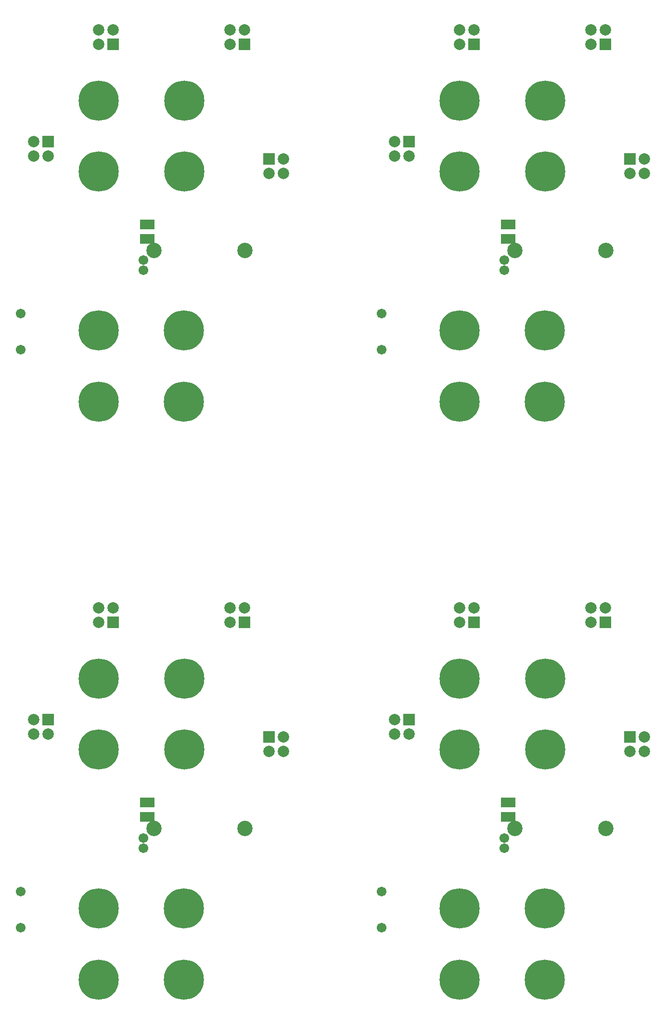
<source format=gbs>
%FSLAX25Y25*%
%MOIN*%
G70*
G01*
G75*
G04 Layer_Color=16711935*
%ADD10C,0.05906*%
%ADD11C,0.07087*%
%ADD12R,0.07087X0.07087*%
%ADD13C,0.27000*%
%ADD14R,0.07087X0.07087*%
%ADD15C,0.09843*%
%ADD16R,0.09055X0.05906*%
%ADD17C,0.05000*%
%ADD18C,0.06000*%
%ADD19R,0.23000X0.29000*%
%ADD20R,0.50800X0.48500*%
%ADD21R,0.25000X0.07000*%
%ADD22R,0.71440X1.29200*%
%ADD23R,0.94240X1.26700*%
%ADD24R,0.80583X2.30800*%
%ADD25R,0.73443X0.74200*%
%ADD26R,0.18000X0.18000*%
%ADD27R,0.26000X0.12800*%
%ADD28R,0.18000X2.24000*%
%ADD29C,0.00787*%
%ADD30C,0.01000*%
%ADD31C,0.00800*%
%ADD32C,0.00591*%
%ADD33C,0.06706*%
%ADD34C,0.07887*%
%ADD35R,0.07887X0.07887*%
%ADD36C,0.27800*%
%ADD37R,0.07887X0.07887*%
%ADD38C,0.10642*%
%ADD39R,0.09855X0.06706*%
D33*
X380000Y241000D02*
D03*
X465000Y278000D02*
D03*
X380000Y216000D02*
D03*
X465000Y271000D02*
D03*
X380000Y641000D02*
D03*
X465000Y678000D02*
D03*
X380000Y616000D02*
D03*
X465000Y671000D02*
D03*
X130000Y641000D02*
D03*
X215000Y678000D02*
D03*
X130000Y616000D02*
D03*
X215000Y671000D02*
D03*
X130000Y216000D02*
D03*
X215000Y271000D02*
D03*
X130000Y241000D02*
D03*
X215000Y278000D02*
D03*
D34*
X562000Y338000D02*
D03*
X552000D02*
D03*
X562000Y348000D02*
D03*
X434000Y437332D02*
D03*
X444000D02*
D03*
X434000Y427332D02*
D03*
X389000Y350000D02*
D03*
Y360000D02*
D03*
X399000Y350000D02*
D03*
X525000Y437332D02*
D03*
X535000D02*
D03*
X525000Y427332D02*
D03*
X562000Y738000D02*
D03*
X552000D02*
D03*
X562000Y748000D02*
D03*
X434000Y837332D02*
D03*
X444000D02*
D03*
X434000Y827332D02*
D03*
X389000Y750000D02*
D03*
Y760000D02*
D03*
X399000Y750000D02*
D03*
X525000Y837332D02*
D03*
X535000D02*
D03*
X525000Y827332D02*
D03*
X312000Y738000D02*
D03*
X302000D02*
D03*
X312000Y748000D02*
D03*
X184000Y837332D02*
D03*
X194000D02*
D03*
X184000Y827332D02*
D03*
X139000Y750000D02*
D03*
Y760000D02*
D03*
X149000Y750000D02*
D03*
X275000Y837332D02*
D03*
X285000D02*
D03*
X275000Y827332D02*
D03*
Y437332D02*
D03*
X285000D02*
D03*
X275000Y427332D02*
D03*
X139000Y350000D02*
D03*
Y360000D02*
D03*
X149000Y350000D02*
D03*
X184000Y437332D02*
D03*
X194000D02*
D03*
X184000Y427332D02*
D03*
X312000Y338000D02*
D03*
X302000D02*
D03*
X312000Y348000D02*
D03*
D35*
X552000D02*
D03*
X444000Y427332D02*
D03*
X535000D02*
D03*
X552000Y748000D02*
D03*
X444000Y827332D02*
D03*
X535000D02*
D03*
X302000Y748000D02*
D03*
X194000Y827332D02*
D03*
X285000D02*
D03*
Y427332D02*
D03*
X194000D02*
D03*
X302000Y348000D02*
D03*
D36*
X493173Y339200D02*
D03*
X434151D02*
D03*
Y388400D02*
D03*
X493173D02*
D03*
X434130Y229300D02*
D03*
X493151D02*
D03*
Y180100D02*
D03*
X434130D02*
D03*
X493173Y739200D02*
D03*
X434151D02*
D03*
Y788400D02*
D03*
X493173D02*
D03*
X434130Y629300D02*
D03*
X493151D02*
D03*
Y580100D02*
D03*
X434130D02*
D03*
X243173Y739200D02*
D03*
X184151D02*
D03*
Y788400D02*
D03*
X243173D02*
D03*
X184130Y629300D02*
D03*
X243151D02*
D03*
Y580100D02*
D03*
X184130D02*
D03*
Y229300D02*
D03*
X243151D02*
D03*
Y180100D02*
D03*
X184130D02*
D03*
X243173Y339200D02*
D03*
X184151D02*
D03*
Y388400D02*
D03*
X243173D02*
D03*
D37*
X399000Y360000D02*
D03*
Y760000D02*
D03*
X149000D02*
D03*
Y360000D02*
D03*
D38*
X535392Y284700D02*
D03*
X472400Y284700D02*
D03*
X535392Y684700D02*
D03*
X472400Y684700D02*
D03*
X285392Y684700D02*
D03*
X222400Y684700D02*
D03*
X285392Y284700D02*
D03*
X222400Y284700D02*
D03*
D39*
X467500Y292632D02*
D03*
Y302500D02*
D03*
Y692632D02*
D03*
Y702500D02*
D03*
X217500Y692632D02*
D03*
Y702500D02*
D03*
Y292632D02*
D03*
Y302500D02*
D03*
M02*

</source>
